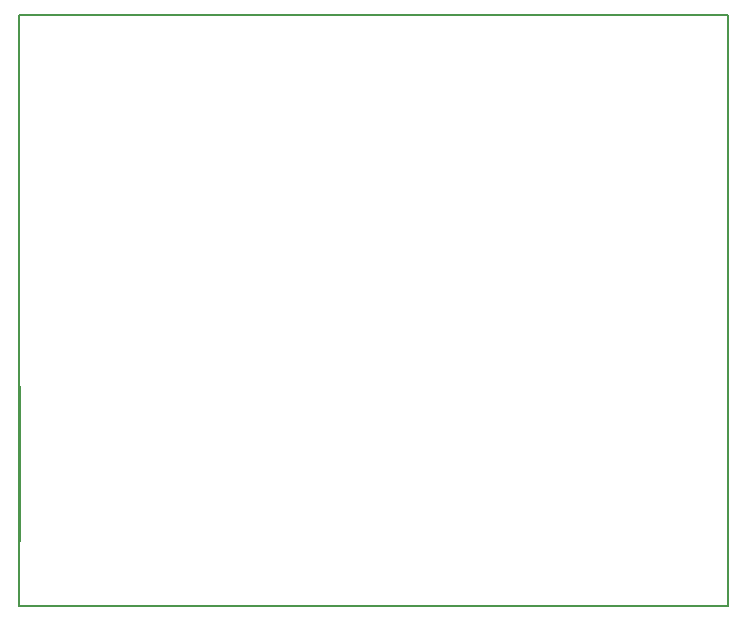
<source format=gko>
G04*
G04 #@! TF.GenerationSoftware,Altium Limited,Altium Designer,24.5.2 (23)*
G04*
G04 Layer_Color=16711935*
%FSLAX25Y25*%
%MOIN*%
G70*
G04*
G04 #@! TF.SameCoordinates,C9A36013-1EDC-4BB1-827E-2851C72F543B*
G04*
G04*
G04 #@! TF.FilePolarity,Positive*
G04*
G01*
G75*
%ADD15C,0.00787*%
G36*
X787Y73228D02*
Y21260D01*
X0D01*
Y73228D01*
X787D01*
D02*
G37*
D15*
X0Y0D02*
X236221D01*
Y196850D01*
X0D02*
X236221D01*
X0Y0D02*
Y196850D01*
M02*

</source>
